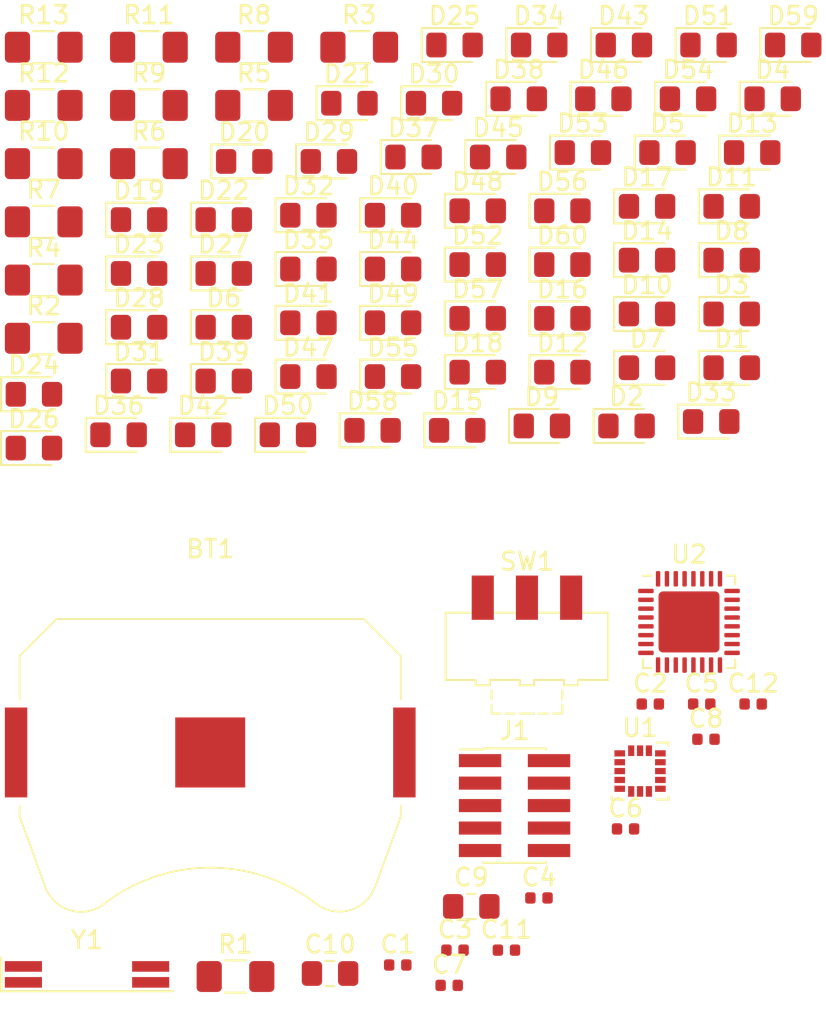
<source format=kicad_pcb>
(kicad_pcb (version 20171130) (host pcbnew "(5.1.2-1)-1")
  (layers (0 F.Cu signal) (31 B.Cu signal) (34 B.Paste user) (35 F.Paste user) (36 B.SilkS user) (37 F.SilkS user) (38 B.Mask user) (39 F.Mask user) (44 Edge.Cuts user))
  (net 0 "")
  (net 1 GND)
  (net 2 "Net-(BT1-Pad1)")
  (net 3 "Net-(C1-Pad1)")
  (net 4 "Net-(C2-Pad1)")
  (net 5 NRST)
  (net 6 "Net-(C10-Pad2)")
  (net 7 VDD)
  (net 8 "Net-(C12-Pad1)")
  (net 9 "/LED Matrix/LM_R_B")
  (net 10 "Net-(D1-Pad2)")
  (net 11 "/LED Matrix/LM_R_C")
  (net 12 "/LED Matrix/LM_R_D")
  (net 13 "/LED Matrix/LM_R_E")
  (net 14 "/LED Matrix/LM_R_F")
  (net 15 "/LED Matrix/LM_R_A")
  (net 16 "Net-(D10-Pad2)")
  (net 17 "Net-(D11-Pad2)")
  (net 18 "Net-(D16-Pad2)")
  (net 19 "Net-(D21-Pad2)")
  (net 20 "Net-(D26-Pad2)")
  (net 21 "/LED Matrix/LM_S_B")
  (net 22 "Net-(D31-Pad2)")
  (net 23 "/LED Matrix/LM_S_C")
  (net 24 "/LED Matrix/LM_S_D")
  (net 25 "/LED Matrix/LM_S_E")
  (net 26 "/LED Matrix/LM_S_F")
  (net 27 "Net-(D36-Pad2)")
  (net 28 "/LED Matrix/LM_S_A")
  (net 29 "Net-(D41-Pad2)")
  (net 30 "Net-(D46-Pad2)")
  (net 31 "Net-(D51-Pad2)")
  (net 32 "Net-(D56-Pad2)")
  (net 33 SWDIO)
  (net 34 SWCLK)
  (net 35 "Net-(J1-Pad6)")
  (net 36 "Net-(J1-Pad7)")
  (net 37 "Net-(J1-Pad8)")
  (net 38 CLK)
  (net 39 MOSI)
  (net 40 MISO)
  (net 41 ~CS)
  (net 42 INT)
  (net 43 "Net-(U1-Pad7)")
  (net 44 "Net-(U2-Pad6)")
  (net 45 "Net-(U2-Pad7)")
  (net 46 "Net-(U2-Pad8)")
  (net 47 "Net-(U2-Pad14)")
  (net 48 "Net-(U2-Pad15)")
  (net 49 "Net-(U2-Pad16)")
  (module Battery:BatteryHolder_Keystone_3034_1x20mm (layer F.Cu) (at 85.555001 156.573077)
    (fp_text reference BT1 (at 0 -11.5) (layer F.SilkS))
    (fp_text value Battery_Cell)
    (pad 2 smd rect (at 0 0) (size 3.96 3.96) (layers F.Cu F.Paste F.Mask) (net 1 GND))
    (pad 1 smd rect (at 10.985 0) (size 1.27 5.08) (layers F.Cu F.Paste F.Mask) (net 2 "Net-(BT1-Pad1)"))
    (pad 1 smd rect (at -10.985 0) (size 1.27 5.08) (layers F.Cu F.Paste F.Mask) (net 2 "Net-(BT1-Pad1)"))
  )
  (module Capacitor_SMD:C_0402_1005Metric (layer F.Cu) (at 96.165001 168.585001)
    (fp_text reference C1 (at 0 -1.17) (layer F.SilkS))
    (fp_text value 10p)
    (pad 2 smd roundrect (at 0.485 0) (size 0.59 0.64) (layers F.Cu F.Paste F.Mask) (net 1 GND))
    (pad 1 smd roundrect (at -0.485 0) (size 0.59 0.64) (layers F.Cu F.Paste F.Mask) (net 3 "Net-(C1-Pad1)"))
  )
  (module Capacitor_SMD:C_0402_1005Metric (layer F.Cu) (at 110.455001 153.835001)
    (fp_text reference C2 (at 0 -1.17) (layer F.SilkS))
    (fp_text value 10p)
    (pad 1 smd roundrect (at -0.485 0) (size 0.59 0.64) (layers F.Cu F.Paste F.Mask) (net 4 "Net-(C2-Pad1)"))
    (pad 2 smd roundrect (at 0.485 0) (size 0.59 0.64) (layers F.Cu F.Paste F.Mask) (net 1 GND))
  )
  (module Capacitor_SMD:C_0402_1005Metric (layer F.Cu) (at 99.405001 167.745001)
    (fp_text reference C3 (at 0 -1.17) (layer F.SilkS))
    (fp_text value 100n)
    (pad 1 smd roundrect (at -0.485 0) (size 0.59 0.64) (layers F.Cu F.Paste F.Mask) (net 1 GND))
    (pad 2 smd roundrect (at 0.485 0) (size 0.59 0.64) (layers F.Cu F.Paste F.Mask) (net 5 NRST))
  )
  (module Capacitor_SMD:C_0402_1005Metric (layer F.Cu) (at 104.155001 164.795001)
    (fp_text reference C4 (at 0 -1.17) (layer F.SilkS))
    (fp_text value 100n)
    (pad 2 smd roundrect (at 0.485 0) (size 0.59 0.64) (layers F.Cu F.Paste F.Mask) (net 1 GND))
    (pad 1 smd roundrect (at -0.485 0) (size 0.59 0.64) (layers F.Cu F.Paste F.Mask) (net 6 "Net-(C10-Pad2)"))
  )
  (module Capacitor_SMD:C_0402_1005Metric (layer F.Cu) (at 113.365001 153.835001)
    (fp_text reference C5 (at 0 -1.17) (layer F.SilkS))
    (fp_text value 100n)
    (pad 2 smd roundrect (at 0.485 0) (size 0.59 0.64) (layers F.Cu F.Paste F.Mask) (net 1 GND))
    (pad 1 smd roundrect (at -0.485 0) (size 0.59 0.64) (layers F.Cu F.Paste F.Mask) (net 6 "Net-(C10-Pad2)"))
  )
  (module Capacitor_SMD:C_0402_1005Metric (layer F.Cu) (at 109.055001 160.895001)
    (fp_text reference C6 (at 0 -1.17) (layer F.SilkS))
    (fp_text value 1u)
    (pad 1 smd roundrect (at -0.485 0) (size 0.59 0.64) (layers F.Cu F.Paste F.Mask) (net 7 VDD))
    (pad 2 smd roundrect (at 0.485 0) (size 0.59 0.64) (layers F.Cu F.Paste F.Mask) (net 1 GND))
  )
  (module Capacitor_SMD:C_0402_1005Metric (layer F.Cu) (at 99.075001 169.735001)
    (fp_text reference C7 (at 0 -1.17) (layer F.SilkS))
    (fp_text value 100n)
    (pad 2 smd roundrect (at 0.485 0) (size 0.59 0.64) (layers F.Cu F.Paste F.Mask) (net 7 VDD))
    (pad 1 smd roundrect (at -0.485 0) (size 0.59 0.64) (layers F.Cu F.Paste F.Mask) (net 1 GND))
  )
  (module Capacitor_SMD:C_0402_1005Metric (layer F.Cu) (at 113.605001 155.825001)
    (fp_text reference C8 (at 0 -1.17) (layer F.SilkS))
    (fp_text value 100n)
    (pad 1 smd roundrect (at -0.485 0) (size 0.59 0.64) (layers F.Cu F.Paste F.Mask) (net 7 VDD))
    (pad 2 smd roundrect (at 0.485 0) (size 0.59 0.64) (layers F.Cu F.Paste F.Mask) (net 1 GND))
  )
  (module Capacitor_SMD:C_0805_2012Metric_Pad1.15x1.40mm_HandSolder (layer F.Cu) (at 100.325001 165.275001)
    (fp_text reference C9 (at 0 -1.65) (layer F.SilkS))
    (fp_text value 22u)
    (pad 2 smd roundrect (at 1.025 0) (size 1.15 1.4) (layers F.Cu F.Paste F.Mask) (roundrect_rratio 0.217391) (net 6 "Net-(C10-Pad2)"))
    (pad 1 smd roundrect (at -1.025 0) (size 1.15 1.4) (layers F.Cu F.Paste F.Mask) (roundrect_rratio 0.217391) (net 1 GND))
  )
  (module Capacitor_SMD:C_0805_2012Metric_Pad1.15x1.40mm_HandSolder (layer F.Cu) (at 92.335001 169.065001)
    (fp_text reference C10 (at 0 -1.65) (layer F.SilkS))
    (fp_text value 22u)
    (pad 1 smd roundrect (at -1.025 0) (size 1.15 1.4) (layers F.Cu F.Paste F.Mask) (roundrect_rratio 0.217391) (net 1 GND))
    (pad 2 smd roundrect (at 1.025 0) (size 1.15 1.4) (layers F.Cu F.Paste F.Mask) (roundrect_rratio 0.217391) (net 6 "Net-(C10-Pad2)"))
  )
  (module Capacitor_SMD:C_0402_1005Metric (layer F.Cu) (at 102.315001 167.745001)
    (fp_text reference C11 (at 0 -1.17) (layer F.SilkS))
    (fp_text value 1u)
    (pad 1 smd roundrect (at -0.485 0) (size 0.59 0.64) (layers F.Cu F.Paste F.Mask) (net 1 GND))
    (pad 2 smd roundrect (at 0.485 0) (size 0.59 0.64) (layers F.Cu F.Paste F.Mask) (net 6 "Net-(C10-Pad2)"))
  )
  (module Capacitor_SMD:C_0402_1005Metric (layer F.Cu) (at 116.275001 153.835001)
    (fp_text reference C12 (at 0 -1.17) (layer F.SilkS))
    (fp_text value 100n)
    (pad 2 smd roundrect (at 0.485 0) (size 0.59 0.64) (layers F.Cu F.Paste F.Mask) (net 1 GND))
    (pad 1 smd roundrect (at -0.485 0) (size 0.59 0.64) (layers F.Cu F.Paste F.Mask) (net 8 "Net-(C12-Pad1)"))
  )
  (module LED_SMD:LED_0805_2012Metric_Pad1.15x1.40mm_HandSolder (layer F.Cu) (at 115.060001 134.830001)
    (fp_text reference D1 (at 0 -1.65) (layer F.SilkS))
    (fp_text value LED)
    (pad 1 smd roundrect (at -1.025 0) (size 1.15 1.4) (layers F.Cu F.Paste F.Mask) (roundrect_rratio 0.217391) (net 9 "/LED Matrix/LM_R_B"))
    (pad 2 smd roundrect (at 1.025 0) (size 1.15 1.4) (layers F.Cu F.Paste F.Mask) (roundrect_rratio 0.217391) (net 10 "Net-(D1-Pad2)"))
  )
  (module LED_SMD:LED_0805_2012Metric_Pad1.15x1.40mm_HandSolder (layer F.Cu) (at 109.110001 138.120001)
    (fp_text reference D2 (at 0 -1.65) (layer F.SilkS))
    (fp_text value LED)
    (pad 2 smd roundrect (at 1.025 0) (size 1.15 1.4) (layers F.Cu F.Paste F.Mask) (roundrect_rratio 0.217391) (net 10 "Net-(D1-Pad2)"))
    (pad 1 smd roundrect (at -1.025 0) (size 1.15 1.4) (layers F.Cu F.Paste F.Mask) (roundrect_rratio 0.217391) (net 11 "/LED Matrix/LM_R_C"))
  )
  (module LED_SMD:LED_0805_2012Metric_Pad1.15x1.40mm_HandSolder (layer F.Cu) (at 115.060001 131.790001)
    (fp_text reference D3 (at 0 -1.65) (layer F.SilkS))
    (fp_text value LED)
    (pad 2 smd roundrect (at 1.025 0) (size 1.15 1.4) (layers F.Cu F.Paste F.Mask) (roundrect_rratio 0.217391) (net 10 "Net-(D1-Pad2)"))
    (pad 1 smd roundrect (at -1.025 0) (size 1.15 1.4) (layers F.Cu F.Paste F.Mask) (roundrect_rratio 0.217391) (net 12 "/LED Matrix/LM_R_D"))
  )
  (module LED_SMD:LED_0805_2012Metric_Pad1.15x1.40mm_HandSolder (layer F.Cu) (at 117.380001 119.630001)
    (fp_text reference D4 (at 0 -1.65) (layer F.SilkS))
    (fp_text value LED)
    (pad 1 smd roundrect (at -1.025 0) (size 1.15 1.4) (layers F.Cu F.Paste F.Mask) (roundrect_rratio 0.217391) (net 13 "/LED Matrix/LM_R_E"))
    (pad 2 smd roundrect (at 1.025 0) (size 1.15 1.4) (layers F.Cu F.Paste F.Mask) (roundrect_rratio 0.217391) (net 10 "Net-(D1-Pad2)"))
  )
  (module LED_SMD:LED_0805_2012Metric_Pad1.15x1.40mm_HandSolder (layer F.Cu) (at 111.430001 122.670001)
    (fp_text reference D5 (at 0 -1.65) (layer F.SilkS))
    (fp_text value LED)
    (pad 2 smd roundrect (at 1.025 0) (size 1.15 1.4) (layers F.Cu F.Paste F.Mask) (roundrect_rratio 0.217391) (net 10 "Net-(D1-Pad2)"))
    (pad 1 smd roundrect (at -1.025 0) (size 1.15 1.4) (layers F.Cu F.Paste F.Mask) (roundrect_rratio 0.217391) (net 14 "/LED Matrix/LM_R_F"))
  )
  (module LED_SMD:LED_0805_2012Metric_Pad1.15x1.40mm_HandSolder (layer F.Cu) (at 86.320001 132.540001)
    (fp_text reference D6 (at 0 -1.65) (layer F.SilkS))
    (fp_text value LED)
    (pad 1 smd roundrect (at -1.025 0) (size 1.15 1.4) (layers F.Cu F.Paste F.Mask) (roundrect_rratio 0.217391) (net 15 "/LED Matrix/LM_R_A"))
    (pad 2 smd roundrect (at 1.025 0) (size 1.15 1.4) (layers F.Cu F.Paste F.Mask) (roundrect_rratio 0.217391) (net 16 "Net-(D10-Pad2)"))
  )
  (module LED_SMD:LED_0805_2012Metric_Pad1.15x1.40mm_HandSolder (layer F.Cu) (at 110.270001 134.830001)
    (fp_text reference D7 (at 0 -1.65) (layer F.SilkS))
    (fp_text value LED)
    (pad 2 smd roundrect (at 1.025 0) (size 1.15 1.4) (layers F.Cu F.Paste F.Mask) (roundrect_rratio 0.217391) (net 16 "Net-(D10-Pad2)"))
    (pad 1 smd roundrect (at -1.025 0) (size 1.15 1.4) (layers F.Cu F.Paste F.Mask) (roundrect_rratio 0.217391) (net 11 "/LED Matrix/LM_R_C"))
  )
  (module LED_SMD:LED_0805_2012Metric_Pad1.15x1.40mm_HandSolder (layer F.Cu) (at 115.060001 128.750001)
    (fp_text reference D8 (at 0 -1.65) (layer F.SilkS))
    (fp_text value LED)
    (pad 1 smd roundrect (at -1.025 0) (size 1.15 1.4) (layers F.Cu F.Paste F.Mask) (roundrect_rratio 0.217391) (net 12 "/LED Matrix/LM_R_D"))
    (pad 2 smd roundrect (at 1.025 0) (size 1.15 1.4) (layers F.Cu F.Paste F.Mask) (roundrect_rratio 0.217391) (net 16 "Net-(D10-Pad2)"))
  )
  (module LED_SMD:LED_0805_2012Metric_Pad1.15x1.40mm_HandSolder (layer F.Cu) (at 104.320001 138.120001)
    (fp_text reference D9 (at 0 -1.65) (layer F.SilkS))
    (fp_text value LED)
    (pad 2 smd roundrect (at 1.025 0) (size 1.15 1.4) (layers F.Cu F.Paste F.Mask) (roundrect_rratio 0.217391) (net 16 "Net-(D10-Pad2)"))
    (pad 1 smd roundrect (at -1.025 0) (size 1.15 1.4) (layers F.Cu F.Paste F.Mask) (roundrect_rratio 0.217391) (net 13 "/LED Matrix/LM_R_E"))
  )
  (module LED_SMD:LED_0805_2012Metric_Pad1.15x1.40mm_HandSolder (layer F.Cu) (at 110.270001 131.790001)
    (fp_text reference D10 (at 0 -1.65) (layer F.SilkS))
    (fp_text value LED)
    (pad 1 smd roundrect (at -1.025 0) (size 1.15 1.4) (layers F.Cu F.Paste F.Mask) (roundrect_rratio 0.217391) (net 14 "/LED Matrix/LM_R_F"))
    (pad 2 smd roundrect (at 1.025 0) (size 1.15 1.4) (layers F.Cu F.Paste F.Mask) (roundrect_rratio 0.217391) (net 16 "Net-(D10-Pad2)"))
  )
  (module LED_SMD:LED_0805_2012Metric_Pad1.15x1.40mm_HandSolder (layer F.Cu) (at 115.060001 125.710001)
    (fp_text reference D11 (at 0 -1.65) (layer F.SilkS))
    (fp_text value LED)
    (pad 2 smd roundrect (at 1.025 0) (size 1.15 1.4) (layers F.Cu F.Paste F.Mask) (roundrect_rratio 0.217391) (net 17 "Net-(D11-Pad2)"))
    (pad 1 smd roundrect (at -1.025 0) (size 1.15 1.4) (layers F.Cu F.Paste F.Mask) (roundrect_rratio 0.217391) (net 15 "/LED Matrix/LM_R_A"))
  )
  (module LED_SMD:LED_0805_2012Metric_Pad1.15x1.40mm_HandSolder (layer F.Cu) (at 105.480001 135.080001)
    (fp_text reference D12 (at 0 -1.65) (layer F.SilkS))
    (fp_text value LED)
    (pad 1 smd roundrect (at -1.025 0) (size 1.15 1.4) (layers F.Cu F.Paste F.Mask) (roundrect_rratio 0.217391) (net 9 "/LED Matrix/LM_R_B"))
    (pad 2 smd roundrect (at 1.025 0) (size 1.15 1.4) (layers F.Cu F.Paste F.Mask) (roundrect_rratio 0.217391) (net 17 "Net-(D11-Pad2)"))
  )
  (module LED_SMD:LED_0805_2012Metric_Pad1.15x1.40mm_HandSolder (layer F.Cu) (at 116.220001 122.670001)
    (fp_text reference D13 (at 0 -1.65) (layer F.SilkS))
    (fp_text value LED)
    (pad 2 smd roundrect (at 1.025 0) (size 1.15 1.4) (layers F.Cu F.Paste F.Mask) (roundrect_rratio 0.217391) (net 17 "Net-(D11-Pad2)"))
    (pad 1 smd roundrect (at -1.025 0) (size 1.15 1.4) (layers F.Cu F.Paste F.Mask) (roundrect_rratio 0.217391) (net 12 "/LED Matrix/LM_R_D"))
  )
  (module LED_SMD:LED_0805_2012Metric_Pad1.15x1.40mm_HandSolder (layer F.Cu) (at 110.270001 128.750001)
    (fp_text reference D14 (at 0 -1.65) (layer F.SilkS))
    (fp_text value LED)
    (pad 1 smd roundrect (at -1.025 0) (size 1.15 1.4) (layers F.Cu F.Paste F.Mask) (roundrect_rratio 0.217391) (net 13 "/LED Matrix/LM_R_E"))
    (pad 2 smd roundrect (at 1.025 0) (size 1.15 1.4) (layers F.Cu F.Paste F.Mask) (roundrect_rratio 0.217391) (net 17 "Net-(D11-Pad2)"))
  )
  (module LED_SMD:LED_0805_2012Metric_Pad1.15x1.40mm_HandSolder (layer F.Cu) (at 99.530001 138.370001)
    (fp_text reference D15 (at 0 -1.65) (layer F.SilkS))
    (fp_text value LED)
    (pad 2 smd roundrect (at 1.025 0) (size 1.15 1.4) (layers F.Cu F.Paste F.Mask) (roundrect_rratio 0.217391) (net 17 "Net-(D11-Pad2)"))
    (pad 1 smd roundrect (at -1.025 0) (size 1.15 1.4) (layers F.Cu F.Paste F.Mask) (roundrect_rratio 0.217391) (net 14 "/LED Matrix/LM_R_F"))
  )
  (module LED_SMD:LED_0805_2012Metric_Pad1.15x1.40mm_HandSolder (layer F.Cu) (at 105.480001 132.040001)
    (fp_text reference D16 (at 0 -1.65) (layer F.SilkS))
    (fp_text value LED)
    (pad 1 smd roundrect (at -1.025 0) (size 1.15 1.4) (layers F.Cu F.Paste F.Mask) (roundrect_rratio 0.217391) (net 15 "/LED Matrix/LM_R_A"))
    (pad 2 smd roundrect (at 1.025 0) (size 1.15 1.4) (layers F.Cu F.Paste F.Mask) (roundrect_rratio 0.217391) (net 18 "Net-(D16-Pad2)"))
  )
  (module LED_SMD:LED_0805_2012Metric_Pad1.15x1.40mm_HandSolder (layer F.Cu) (at 110.270001 125.710001)
    (fp_text reference D17 (at 0 -1.65) (layer F.SilkS))
    (fp_text value LED)
    (pad 2 smd roundrect (at 1.025 0) (size 1.15 1.4) (layers F.Cu F.Paste F.Mask) (roundrect_rratio 0.217391) (net 18 "Net-(D16-Pad2)"))
    (pad 1 smd roundrect (at -1.025 0) (size 1.15 1.4) (layers F.Cu F.Paste F.Mask) (roundrect_rratio 0.217391) (net 9 "/LED Matrix/LM_R_B"))
  )
  (module LED_SMD:LED_0805_2012Metric_Pad1.15x1.40mm_HandSolder (layer F.Cu) (at 100.690001 135.080001)
    (fp_text reference D18 (at 0 -1.65) (layer F.SilkS))
    (fp_text value LED)
    (pad 1 smd roundrect (at -1.025 0) (size 1.15 1.4) (layers F.Cu F.Paste F.Mask) (roundrect_rratio 0.217391) (net 11 "/LED Matrix/LM_R_C"))
    (pad 2 smd roundrect (at 1.025 0) (size 1.15 1.4) (layers F.Cu F.Paste F.Mask) (roundrect_rratio 0.217391) (net 18 "Net-(D16-Pad2)"))
  )
  (module LED_SMD:LED_0805_2012Metric_Pad1.15x1.40mm_HandSolder (layer F.Cu) (at 81.530001 126.460001)
    (fp_text reference D19 (at 0 -1.65) (layer F.SilkS))
    (fp_text value LED)
    (pad 2 smd roundrect (at 1.025 0) (size 1.15 1.4) (layers F.Cu F.Paste F.Mask) (roundrect_rratio 0.217391) (net 18 "Net-(D16-Pad2)"))
    (pad 1 smd roundrect (at -1.025 0) (size 1.15 1.4) (layers F.Cu F.Paste F.Mask) (roundrect_rratio 0.217391) (net 13 "/LED Matrix/LM_R_E"))
  )
  (module LED_SMD:LED_0805_2012Metric_Pad1.15x1.40mm_HandSolder (layer F.Cu) (at 87.480001 123.170001)
    (fp_text reference D20 (at 0 -1.65) (layer F.SilkS))
    (fp_text value LED)
    (pad 1 smd roundrect (at -1.025 0) (size 1.15 1.4) (layers F.Cu F.Paste F.Mask) (roundrect_rratio 0.217391) (net 14 "/LED Matrix/LM_R_F"))
    (pad 2 smd roundrect (at 1.025 0) (size 1.15 1.4) (layers F.Cu F.Paste F.Mask) (roundrect_rratio 0.217391) (net 18 "Net-(D16-Pad2)"))
  )
  (module LED_SMD:LED_0805_2012Metric_Pad1.15x1.40mm_HandSolder (layer F.Cu) (at 93.430001 119.880001)
    (fp_text reference D21 (at 0 -1.65) (layer F.SilkS))
    (fp_text value LED)
    (pad 1 smd roundrect (at -1.025 0) (size 1.15 1.4) (layers F.Cu F.Paste F.Mask) (roundrect_rratio 0.217391) (net 15 "/LED Matrix/LM_R_A"))
    (pad 2 smd roundrect (at 1.025 0) (size 1.15 1.4) (layers F.Cu F.Paste F.Mask) (roundrect_rratio 0.217391) (net 19 "Net-(D21-Pad2)"))
  )
  (module LED_SMD:LED_0805_2012Metric_Pad1.15x1.40mm_HandSolder (layer F.Cu) (at 86.320001 126.460001)
    (fp_text reference D22 (at 0 -1.65) (layer F.SilkS))
    (fp_text value LED)
    (pad 2 smd roundrect (at 1.025 0) (size 1.15 1.4) (layers F.Cu F.Paste F.Mask) (roundrect_rratio 0.217391) (net 19 "Net-(D21-Pad2)"))
    (pad 1 smd roundrect (at -1.025 0) (size 1.15 1.4) (layers F.Cu F.Paste F.Mask) (roundrect_rratio 0.217391) (net 9 "/LED Matrix/LM_R_B"))
  )
  (module LED_SMD:LED_0805_2012Metric_Pad1.15x1.40mm_HandSolder (layer F.Cu) (at 81.530001 129.500001)
    (fp_text reference D23 (at 0 -1.65) (layer F.SilkS))
    (fp_text value LED)
    (pad 1 smd roundrect (at -1.025 0) (size 1.15 1.4) (layers F.Cu F.Paste F.Mask) (roundrect_rratio 0.217391) (net 11 "/LED Matrix/LM_R_C"))
    (pad 2 smd roundrect (at 1.025 0) (size 1.15 1.4) (layers F.Cu F.Paste F.Mask) (roundrect_rratio 0.217391) (net 19 "Net-(D21-Pad2)"))
  )
  (module LED_SMD:LED_0805_2012Metric_Pad1.15x1.40mm_HandSolder (layer F.Cu) (at 75.580001 136.330001)
    (fp_text reference D24 (at 0 -1.65) (layer F.SilkS))
    (fp_text value LED)
    (pad 2 smd roundrect (at 1.025 0) (size 1.15 1.4) (layers F.Cu F.Paste F.Mask) (roundrect_rratio 0.217391) (net 19 "Net-(D21-Pad2)"))
    (pad 1 smd roundrect (at -1.025 0) (size 1.15 1.4) (layers F.Cu F.Paste F.Mask) (roundrect_rratio 0.217391) (net 12 "/LED Matrix/LM_R_D"))
  )
  (module LED_SMD:LED_0805_2012Metric_Pad1.15x1.40mm_HandSolder (layer F.Cu) (at 99.380001 116.590001)
    (fp_text reference D25 (at 0 -1.65) (layer F.SilkS))
    (fp_text value LED)
    (pad 2 smd roundrect (at 1.025 0) (size 1.15 1.4) (layers F.Cu F.Paste F.Mask) (roundrect_rratio 0.217391) (net 19 "Net-(D21-Pad2)"))
    (pad 1 smd roundrect (at -1.025 0) (size 1.15 1.4) (layers F.Cu F.Paste F.Mask) (roundrect_rratio 0.217391) (net 14 "/LED Matrix/LM_R_F"))
  )
  (module LED_SMD:LED_0805_2012Metric_Pad1.15x1.40mm_HandSolder (layer F.Cu) (at 75.580001 139.370001)
    (fp_text reference D26 (at 0 -1.65) (layer F.SilkS))
    (fp_text value LED)
    (pad 1 smd roundrect (at -1.025 0) (size 1.15 1.4) (layers F.Cu F.Paste F.Mask) (roundrect_rratio 0.217391) (net 15 "/LED Matrix/LM_R_A"))
    (pad 2 smd roundrect (at 1.025 0) (size 1.15 1.4) (layers F.Cu F.Paste F.Mask) (roundrect_rratio 0.217391) (net 20 "Net-(D26-Pad2)"))
  )
  (module LED_SMD:LED_0805_2012Metric_Pad1.15x1.40mm_HandSolder (layer F.Cu) (at 86.320001 129.500001)
    (fp_text reference D27 (at 0 -1.65) (layer F.SilkS))
    (fp_text value LED)
    (pad 2 smd roundrect (at 1.025 0) (size 1.15 1.4) (layers F.Cu F.Paste F.Mask) (roundrect_rratio 0.217391) (net 20 "Net-(D26-Pad2)"))
    (pad 1 smd roundrect (at -1.025 0) (size 1.15 1.4) (layers F.Cu F.Paste F.Mask) (roundrect_rratio 0.217391) (net 9 "/LED Matrix/LM_R_B"))
  )
  (module LED_SMD:LED_0805_2012Metric_Pad1.15x1.40mm_HandSolder (layer F.Cu) (at 81.530001 132.540001)
    (fp_text reference D28 (at 0 -1.65) (layer F.SilkS))
    (fp_text value LED)
    (pad 1 smd roundrect (at -1.025 0) (size 1.15 1.4) (layers F.Cu F.Paste F.Mask) (roundrect_rratio 0.217391) (net 11 "/LED Matrix/LM_R_C"))
    (pad 2 smd roundrect (at 1.025 0) (size 1.15 1.4) (layers F.Cu F.Paste F.Mask) (roundrect_rratio 0.217391) (net 20 "Net-(D26-Pad2)"))
  )
  (module LED_SMD:LED_0805_2012Metric_Pad1.15x1.40mm_HandSolder (layer F.Cu) (at 92.270001 123.170001)
    (fp_text reference D29 (at 0 -1.65) (layer F.SilkS))
    (fp_text value LED)
    (pad 2 smd roundrect (at 1.025 0) (size 1.15 1.4) (layers F.Cu F.Paste F.Mask) (roundrect_rratio 0.217391) (net 20 "Net-(D26-Pad2)"))
    (pad 1 smd roundrect (at -1.025 0) (size 1.15 1.4) (layers F.Cu F.Paste F.Mask) (roundrect_rratio 0.217391) (net 12 "/LED Matrix/LM_R_D"))
  )
  (module LED_SMD:LED_0805_2012Metric_Pad1.15x1.40mm_HandSolder (layer F.Cu) (at 98.220001 119.880001)
    (fp_text reference D30 (at 0 -1.65) (layer F.SilkS))
    (fp_text value LED)
    (pad 1 smd roundrect (at -1.025 0) (size 1.15 1.4) (layers F.Cu F.Paste F.Mask) (roundrect_rratio 0.217391) (net 13 "/LED Matrix/LM_R_E"))
    (pad 2 smd roundrect (at 1.025 0) (size 1.15 1.4) (layers F.Cu F.Paste F.Mask) (roundrect_rratio 0.217391) (net 20 "Net-(D26-Pad2)"))
  )
  (module LED_SMD:LED_0805_2012Metric_Pad1.15x1.40mm_HandSolder (layer F.Cu) (at 81.530001 135.580001)
    (fp_text reference D31 (at 0 -1.65) (layer F.SilkS))
    (fp_text value LED)
    (pad 1 smd roundrect (at -1.025 0) (size 1.15 1.4) (layers F.Cu F.Paste F.Mask) (roundrect_rratio 0.217391) (net 21 "/LED Matrix/LM_S_B"))
    (pad 2 smd roundrect (at 1.025 0) (size 1.15 1.4) (layers F.Cu F.Paste F.Mask) (roundrect_rratio 0.217391) (net 22 "Net-(D31-Pad2)"))
  )
  (module LED_SMD:LED_0805_2012Metric_Pad1.15x1.40mm_HandSolder (layer F.Cu) (at 91.110001 126.210001)
    (fp_text reference D32 (at 0 -1.65) (layer F.SilkS))
    (fp_text value LED)
    (pad 2 smd roundrect (at 1.025 0) (size 1.15 1.4) (layers F.Cu F.Paste F.Mask) (roundrect_rratio 0.217391) (net 22 "Net-(D31-Pad2)"))
    (pad 1 smd roundrect (at -1.025 0) (size 1.15 1.4) (layers F.Cu F.Paste F.Mask) (roundrect_rratio 0.217391) (net 23 "/LED Matrix/LM_S_C"))
  )
  (module LED_SMD:LED_0805_2012Metric_Pad1.15x1.40mm_HandSolder (layer F.Cu) (at 113.900001 137.870001)
    (fp_text reference D33 (at 0 -1.65) (layer F.SilkS))
    (fp_text value LED)
    (pad 2 smd roundrect (at 1.025 0) (size 1.15 1.4) (layers F.Cu F.Paste F.Mask) (roundrect_rratio 0.217391) (net 22 "Net-(D31-Pad2)"))
    (pad 1 smd roundrect (at -1.025 0) (size 1.15 1.4) (layers F.Cu F.Paste F.Mask) (roundrect_rratio 0.217391) (net 24 "/LED Matrix/LM_S_D"))
  )
  (module LED_SMD:LED_0805_2012Metric_Pad1.15x1.40mm_HandSolder (layer F.Cu) (at 104.170001 116.590001)
    (fp_text reference D34 (at 0 -1.65) (layer F.SilkS))
    (fp_text value LED)
    (pad 1 smd roundrect (at -1.025 0) (size 1.15 1.4) (layers F.Cu F.Paste F.Mask) (roundrect_rratio 0.217391) (net 25 "/LED Matrix/LM_S_E"))
    (pad 2 smd roundrect (at 1.025 0) (size 1.15 1.4) (layers F.Cu F.Paste F.Mask) (roundrect_rratio 0.217391) (net 22 "Net-(D31-Pad2)"))
  )
  (module LED_SMD:LED_0805_2012Metric_Pad1.15x1.40mm_HandSolder (layer F.Cu) (at 91.110001 129.250001)
    (fp_text reference D35 (at 0 -1.65) (layer F.SilkS))
    (fp_text value LED)
    (pad 2 smd roundrect (at 1.025 0) (size 1.15 1.4) (layers F.Cu F.Paste F.Mask) (roundrect_rratio 0.217391) (net 22 "Net-(D31-Pad2)"))
    (pad 1 smd roundrect (at -1.025 0) (size 1.15 1.4) (layers F.Cu F.Paste F.Mask) (roundrect_rratio 0.217391) (net 26 "/LED Matrix/LM_S_F"))
  )
  (module LED_SMD:LED_0805_2012Metric_Pad1.15x1.40mm_HandSolder (layer F.Cu) (at 80.370001 138.620001)
    (fp_text reference D36 (at 0 -1.65) (layer F.SilkS))
    (fp_text value LED)
    (pad 2 smd roundrect (at 1.025 0) (size 1.15 1.4) (layers F.Cu F.Paste F.Mask) (roundrect_rratio 0.217391) (net 27 "Net-(D36-Pad2)"))
    (pad 1 smd roundrect (at -1.025 0) (size 1.15 1.4) (layers F.Cu F.Paste F.Mask) (roundrect_rratio 0.217391) (net 28 "/LED Matrix/LM_S_A"))
  )
  (module LED_SMD:LED_0805_2012Metric_Pad1.15x1.40mm_HandSolder (layer F.Cu) (at 97.060001 122.920001)
    (fp_text reference D37 (at 0 -1.65) (layer F.SilkS))
    (fp_text value LED)
    (pad 2 smd roundrect (at 1.025 0) (size 1.15 1.4) (layers F.Cu F.Paste F.Mask) (roundrect_rratio 0.217391) (net 27 "Net-(D36-Pad2)"))
    (pad 1 smd roundrect (at -1.025 0) (size 1.15 1.4) (layers F.Cu F.Paste F.Mask) (roundrect_rratio 0.217391) (net 23 "/LED Matrix/LM_S_C"))
  )
  (module LED_SMD:LED_0805_2012Metric_Pad1.15x1.40mm_HandSolder (layer F.Cu) (at 103.010001 119.630001)
    (fp_text reference D38 (at 0 -1.65) (layer F.SilkS))
    (fp_text value LED)
    (pad 1 smd roundrect (at -1.025 0) (size 1.15 1.4) (layers F.Cu F.Paste F.Mask) (roundrect_rratio 0.217391) (net 24 "/LED Matrix/LM_S_D"))
    (pad 2 smd roundrect (at 1.025 0) (size 1.15 1.4) (layers F.Cu F.Paste F.Mask) (roundrect_rratio 0.217391) (net 27 "Net-(D36-Pad2)"))
  )
  (module LED_SMD:LED_0805_2012Metric_Pad1.15x1.40mm_HandSolder (layer F.Cu) (at 86.320001 135.580001)
    (fp_text reference D39 (at 0 -1.65) (layer F.SilkS))
    (fp_text value LED)
    (pad 2 smd roundrect (at 1.025 0) (size 1.15 1.4) (layers F.Cu F.Paste F.Mask) (roundrect_rratio 0.217391) (net 27 "Net-(D36-Pad2)"))
    (pad 1 smd roundrect (at -1.025 0) (size 1.15 1.4) (layers F.Cu F.Paste F.Mask) (roundrect_rratio 0.217391) (net 25 "/LED Matrix/LM_S_E"))
  )
  (module LED_SMD:LED_0805_2012Metric_Pad1.15x1.40mm_HandSolder (layer F.Cu) (at 95.900001 126.210001)
    (fp_text reference D40 (at 0 -1.65) (layer F.SilkS))
    (fp_text value LED)
    (pad 1 smd roundrect (at -1.025 0) (size 1.15 1.4) (layers F.Cu F.Paste F.Mask) (roundrect_rratio 0.217391) (net 26 "/LED Matrix/LM_S_F"))
    (pad 2 smd roundrect (at 1.025 0) (size 1.15 1.4) (layers F.Cu F.Paste F.Mask) (roundrect_rratio 0.217391) (net 27 "Net-(D36-Pad2)"))
  )
  (module LED_SMD:LED_0805_2012Metric_Pad1.15x1.40mm_HandSolder (layer F.Cu) (at 91.110001 132.290001)
    (fp_text reference D41 (at 0 -1.65) (layer F.SilkS))
    (fp_text value LED)
    (pad 1 smd roundrect (at -1.025 0) (size 1.15 1.4) (layers F.Cu F.Paste F.Mask) (roundrect_rratio 0.217391) (net 28 "/LED Matrix/LM_S_A"))
    (pad 2 smd roundrect (at 1.025 0) (size 1.15 1.4) (layers F.Cu F.Paste F.Mask) (roundrect_rratio 0.217391) (net 29 "Net-(D41-Pad2)"))
  )
  (module LED_SMD:LED_0805_2012Metric_Pad1.15x1.40mm_HandSolder (layer F.Cu) (at 85.160001 138.620001)
    (fp_text reference D42 (at 0 -1.65) (layer F.SilkS))
    (fp_text value LED)
    (pad 1 smd roundrect (at -1.025 0) (size 1.15 1.4) (layers F.Cu F.Paste F.Mask) (roundrect_rratio 0.217391) (net 21 "/LED Matrix/LM_S_B"))
    (pad 2 smd roundrect (at 1.025 0) (size 1.15 1.4) (layers F.Cu F.Paste F.Mask) (roundrect_rratio 0.217391) (net 29 "Net-(D41-Pad2)"))
  )
  (module LED_SMD:LED_0805_2012Metric_Pad1.15x1.40mm_HandSolder (layer F.Cu) (at 108.960001 116.590001)
    (fp_text reference D43 (at 0 -1.65) (layer F.SilkS))
    (fp_text value LED)
    (pad 2 smd roundrect (at 1.025 0) (size 1.15 1.4) (layers F.Cu F.Paste F.Mask) (roundrect_rratio 0.217391) (net 29 "Net-(D41-Pad2)"))
    (pad 1 smd roundrect (at -1.025 0) (size 1.15 1.4) (layers F.Cu F.Paste F.Mask) (roundrect_rratio 0.217391) (net 24 "/LED Matrix/LM_S_D"))
  )
  (module LED_SMD:LED_0805_2012Metric_Pad1.15x1.40mm_HandSolder (layer F.Cu) (at 95.900001 129.250001)
    (fp_text reference D44 (at 0 -1.65) (layer F.SilkS))
    (fp_text value LED)
    (pad 1 smd roundrect (at -1.025 0) (size 1.15 1.4) (layers F.Cu F.Paste F.Mask) (roundrect_rratio 0.217391) (net 25 "/LED Matrix/LM_S_E"))
    (pad 2 smd roundrect (at 1.025 0) (size 1.15 1.4) (layers F.Cu F.Paste F.Mask) (roundrect_rratio 0.217391) (net 29 "Net-(D41-Pad2)"))
  )
  (module LED_SMD:LED_0805_2012Metric_Pad1.15x1.40mm_HandSolder (layer F.Cu) (at 101.850001 122.920001)
    (fp_text reference D45 (at 0 -1.65) (layer F.SilkS))
    (fp_text value LED)
    (pad 2 smd roundrect (at 1.025 0) (size 1.15 1.4) (layers F.Cu F.Paste F.Mask) (roundrect_rratio 0.217391) (net 29 "Net-(D41-Pad2)"))
    (pad 1 smd roundrect (at -1.025 0) (size 1.15 1.4) (layers F.Cu F.Paste F.Mask) (roundrect_rratio 0.217391) (net 26 "/LED Matrix/LM_S_F"))
  )
  (module LED_SMD:LED_0805_2012Metric_Pad1.15x1.40mm_HandSolder (layer F.Cu) (at 107.800001 119.630001)
    (fp_text reference D46 (at 0 -1.65) (layer F.SilkS))
    (fp_text value LED)
    (pad 1 smd roundrect (at -1.025 0) (size 1.15 1.4) (layers F.Cu F.Paste F.Mask) (roundrect_rratio 0.217391) (net 28 "/LED Matrix/LM_S_A"))
    (pad 2 smd roundrect (at 1.025 0) (size 1.15 1.4) (layers F.Cu F.Paste F.Mask) (roundrect_rratio 0.217391) (net 30 "Net-(D46-Pad2)"))
  )
  (module LED_SMD:LED_0805_2012Metric_Pad1.15x1.40mm_HandSolder (layer F.Cu) (at 91.110001 135.330001)
    (fp_text reference D47 (at 0 -1.65) (layer F.SilkS))
    (fp_text value LED)
    (pad 2 smd roundrect (at 1.025 0) (size 1.15 1.4) (layers F.Cu F.Paste F.Mask) (roundrect_rratio 0.217391) (net 30 "Net-(D46-Pad2)"))
    (pad 1 smd roundrect (at -1.025 0) (size 1.15 1.4) (layers F.Cu F.Paste F.Mask) (roundrect_rratio 0.217391) (net 21 "/LED Matrix/LM_S_B"))
  )
  (module LED_SMD:LED_0805_2012Metric_Pad1.15x1.40mm_HandSolder (layer F.Cu) (at 100.690001 125.960001)
    (fp_text reference D48 (at 0 -1.65) (layer F.SilkS))
    (fp_text value LED)
    (pad 1 smd roundrect (at -1.025 0) (size 1.15 1.4) (layers F.Cu F.Paste F.Mask) (roundrect_rratio 0.217391) (net 23 "/LED Matrix/LM_S_C"))
    (pad 2 smd roundrect (at 1.025 0) (size 1.15 1.4) (layers F.Cu F.Paste F.Mask) (roundrect_rratio 0.217391) (net 30 "Net-(D46-Pad2)"))
  )
  (module LED_SMD:LED_0805_2012Metric_Pad1.15x1.40mm_HandSolder (layer F.Cu) (at 95.900001 132.290001)
    (fp_text reference D49 (at 0 -1.65) (layer F.SilkS))
    (fp_text value LED)
    (pad 2 smd roundrect (at 1.025 0) (size 1.15 1.4) (layers F.Cu F.Paste F.Mask) (roundrect_rratio 0.217391) (net 30 "Net-(D46-Pad2)"))
    (pad 1 smd roundrect (at -1.025 0) (size 1.15 1.4) (layers F.Cu F.Paste F.Mask) (roundrect_rratio 0.217391) (net 25 "/LED Matrix/LM_S_E"))
  )
  (module LED_SMD:LED_0805_2012Metric_Pad1.15x1.40mm_HandSolder (layer F.Cu) (at 89.950001 138.620001)
    (fp_text reference D50 (at 0 -1.65) (layer F.SilkS))
    (fp_text value LED)
    (pad 1 smd roundrect (at -1.025 0) (size 1.15 1.4) (layers F.Cu F.Paste F.Mask) (roundrect_rratio 0.217391) (net 26 "/LED Matrix/LM_S_F"))
    (pad 2 smd roundrect (at 1.025 0) (size 1.15 1.4) (layers F.Cu F.Paste F.Mask) (roundrect_rratio 0.217391) (net 30 "Net-(D46-Pad2)"))
  )
  (module LED_SMD:LED_0805_2012Metric_Pad1.15x1.40mm_HandSolder (layer F.Cu) (at 113.750001 116.590001)
    (fp_text reference D51 (at 0 -1.65) (layer F.SilkS))
    (fp_text value LED)
    (pad 1 smd roundrect (at -1.025 0) (size 1.15 1.4) (layers F.Cu F.Paste F.Mask) (roundrect_rratio 0.217391) (net 28 "/LED Matrix/LM_S_A"))
    (pad 2 smd roundrect (at 1.025 0) (size 1.15 1.4) (layers F.Cu F.Paste F.Mask) (roundrect_rratio 0.217391) (net 31 "Net-(D51-Pad2)"))
  )
  (module LED_SMD:LED_0805_2012Metric_Pad1.15x1.40mm_HandSolder (layer F.Cu) (at 100.690001 129.000001)
    (fp_text reference D52 (at 0 -1.65) (layer F.SilkS))
    (fp_text value LED)
    (pad 2 smd roundrect (at 1.025 0) (size 1.15 1.4) (layers F.Cu F.Paste F.Mask) (roundrect_rratio 0.217391) (net 31 "Net-(D51-Pad2)"))
    (pad 1 smd roundrect (at -1.025 0) (size 1.15 1.4) (layers F.Cu F.Paste F.Mask) (roundrect_rratio 0.217391) (net 21 "/LED Matrix/LM_S_B"))
  )
  (module LED_SMD:LED_0805_2012Metric_Pad1.15x1.40mm_HandSolder (layer F.Cu) (at 106.640001 122.670001)
    (fp_text reference D53 (at 0 -1.65) (layer F.SilkS))
    (fp_text value LED)
    (pad 1 smd roundrect (at -1.025 0) (size 1.15 1.4) (layers F.Cu F.Paste F.Mask) (roundrect_rratio 0.217391) (net 23 "/LED Matrix/LM_S_C"))
    (pad 2 smd roundrect (at 1.025 0) (size 1.15 1.4) (layers F.Cu F.Paste F.Mask) (roundrect_rratio 0.217391) (net 31 "Net-(D51-Pad2)"))
  )
  (module LED_SMD:LED_0805_2012Metric_Pad1.15x1.40mm_HandSolder (layer F.Cu) (at 112.590001 119.630001)
    (fp_text reference D54 (at 0 -1.65) (layer F.SilkS))
    (fp_text value LED)
    (pad 2 smd roundrect (at 1.025 0) (size 1.15 1.4) (layers F.Cu F.Paste F.Mask) (roundrect_rratio 0.217391) (net 31 "Net-(D51-Pad2)"))
    (pad 1 smd roundrect (at -1.025 0) (size 1.15 1.4) (layers F.Cu F.Paste F.Mask) (roundrect_rratio 0.217391) (net 24 "/LED Matrix/LM_S_D"))
  )
  (module LED_SMD:LED_0805_2012Metric_Pad1.15x1.40mm_HandSolder (layer F.Cu) (at 95.900001 135.330001)
    (fp_text reference D55 (at 0 -1.65) (layer F.SilkS))
    (fp_text value LED)
    (pad 2 smd roundrect (at 1.025 0) (size 1.15 1.4) (layers F.Cu F.Paste F.Mask) (roundrect_rratio 0.217391) (net 31 "Net-(D51-Pad2)"))
    (pad 1 smd roundrect (at -1.025 0) (size 1.15 1.4) (layers F.Cu F.Paste F.Mask) (roundrect_rratio 0.217391) (net 26 "/LED Matrix/LM_S_F"))
  )
  (module LED_SMD:LED_0805_2012Metric_Pad1.15x1.40mm_HandSolder (layer F.Cu) (at 105.480001 125.960001)
    (fp_text reference D56 (at 0 -1.65) (layer F.SilkS))
    (fp_text value LED)
    (pad 2 smd roundrect (at 1.025 0) (size 1.15 1.4) (layers F.Cu F.Paste F.Mask) (roundrect_rratio 0.217391) (net 32 "Net-(D56-Pad2)"))
    (pad 1 smd roundrect (at -1.025 0) (size 1.15 1.4) (layers F.Cu F.Paste F.Mask) (roundrect_rratio 0.217391) (net 28 "/LED Matrix/LM_S_A"))
  )
  (module LED_SMD:LED_0805_2012Metric_Pad1.15x1.40mm_HandSolder (layer F.Cu) (at 100.690001 132.040001)
    (fp_text reference D57 (at 0 -1.65) (layer F.SilkS))
    (fp_text value LED)
    (pad 1 smd roundrect (at -1.025 0) (size 1.15 1.4) (layers F.Cu F.Paste F.Mask) (roundrect_rratio 0.217391) (net 21 "/LED Matrix/LM_S_B"))
    (pad 2 smd roundrect (at 1.025 0) (size 1.15 1.4) (layers F.Cu F.Paste F.Mask) (roundrect_rratio 0.217391) (net 32 "Net-(D56-Pad2)"))
  )
  (module LED_SMD:LED_0805_2012Metric_Pad1.15x1.40mm_HandSolder (layer F.Cu) (at 94.740001 138.370001)
    (fp_text reference D58 (at 0 -1.65) (layer F.SilkS))
    (fp_text value LED)
    (pad 2 smd roundrect (at 1.025 0) (size 1.15 1.4) (layers F.Cu F.Paste F.Mask) (roundrect_rratio 0.217391) (net 32 "Net-(D56-Pad2)"))
    (pad 1 smd roundrect (at -1.025 0) (size 1.15 1.4) (layers F.Cu F.Paste F.Mask) (roundrect_rratio 0.217391) (net 23 "/LED Matrix/LM_S_C"))
  )
  (module LED_SMD:LED_0805_2012Metric_Pad1.15x1.40mm_HandSolder (layer F.Cu) (at 118.540001 116.590001)
    (fp_text reference D59 (at 0 -1.65) (layer F.SilkS))
    (fp_text value LED)
    (pad 1 smd roundrect (at -1.025 0) (size 1.15 1.4) (layers F.Cu F.Paste F.Mask) (roundrect_rratio 0.217391) (net 24 "/LED Matrix/LM_S_D"))
    (pad 2 smd roundrect (at 1.025 0) (size 1.15 1.4) (layers F.Cu F.Paste F.Mask) (roundrect_rratio 0.217391) (net 32 "Net-(D56-Pad2)"))
  )
  (module LED_SMD:LED_0805_2012Metric_Pad1.15x1.40mm_HandSolder (layer F.Cu) (at 105.480001 129.000001)
    (fp_text reference D60 (at 0 -1.65) (layer F.SilkS))
    (fp_text value LED)
    (pad 1 smd roundrect (at -1.025 0) (size 1.15 1.4) (layers F.Cu F.Paste F.Mask) (roundrect_rratio 0.217391) (net 25 "/LED Matrix/LM_S_E"))
    (pad 2 smd roundrect (at 1.025 0) (size 1.15 1.4) (layers F.Cu F.Paste F.Mask) (roundrect_rratio 0.217391) (net 32 "Net-(D56-Pad2)"))
  )
  (module Connector_PinHeader_1.27mm:PinHeader_2x05_P1.27mm_Vertical_SMD (layer F.Cu) (at 102.775001 159.575001)
    (fp_text reference J1 (at 0 -4.235) (layer F.SilkS))
    (fp_text value Conn_ARM_JTAG_SWD_10)
    (pad 1 smd rect (at -1.95 -2.54) (size 2.4 0.74) (layers F.Cu F.Paste F.Mask) (net 7 VDD))
    (pad 2 smd rect (at 1.95 -2.54) (size 2.4 0.74) (layers F.Cu F.Paste F.Mask) (net 33 SWDIO))
    (pad 3 smd rect (at -1.95 -1.27) (size 2.4 0.74) (layers F.Cu F.Paste F.Mask) (net 1 GND))
    (pad 4 smd rect (at 1.95 -1.27) (size 2.4 0.74) (layers F.Cu F.Paste F.Mask) (net 34 SWCLK))
    (pad 5 smd rect (at -1.95 0) (size 2.4 0.74) (layers F.Cu F.Paste F.Mask) (net 1 GND))
    (pad 6 smd rect (at 1.95 0) (size 2.4 0.74) (layers F.Cu F.Paste F.Mask) (net 35 "Net-(J1-Pad6)"))
    (pad 7 smd rect (at -1.95 1.27) (size 2.4 0.74) (layers F.Cu F.Paste F.Mask) (net 36 "Net-(J1-Pad7)"))
    (pad 8 smd rect (at 1.95 1.27) (size 2.4 0.74) (layers F.Cu F.Paste F.Mask) (net 37 "Net-(J1-Pad8)"))
    (pad 9 smd rect (at -1.95 2.54) (size 2.4 0.74) (layers F.Cu F.Paste F.Mask) (net 1 GND))
    (pad 10 smd rect (at 1.95 2.54) (size 2.4 0.74) (layers F.Cu F.Paste F.Mask) (net 5 NRST))
  )
  (module Resistor_SMD:R_1206_3216Metric_Pad1.42x1.75mm_HandSolder (layer F.Cu) (at 86.985001 169.235001)
    (fp_text reference R1 (at 0 -1.82) (layer F.SilkS))
    (fp_text value 0R)
    (pad 1 smd roundrect (at -1.4875 0) (size 1.425 1.75) (layers F.Cu F.Paste F.Mask) (roundrect_rratio 0.175439) (net 7 VDD))
    (pad 2 smd roundrect (at 1.4875 0) (size 1.425 1.75) (layers F.Cu F.Paste F.Mask) (roundrect_rratio 0.175439) (net 6 "Net-(C10-Pad2)"))
  )
  (module Resistor_SMD:R_1206_3216Metric_Pad1.42x1.75mm_HandSolder (layer F.Cu) (at 76.135001 133.165001)
    (fp_text reference R2 (at 0 -1.82) (layer F.SilkS))
    (fp_text value 220)
    (pad 2 smd roundrect (at 1.4875 0) (size 1.425 1.75) (layers F.Cu F.Paste F.Mask) (roundrect_rratio 0.175439) (net 10 "Net-(D1-Pad2)"))
    (pad 1 smd roundrect (at -1.4875 0) (size 1.425 1.75) (layers F.Cu F.Paste F.Mask) (roundrect_rratio 0.175439) (net 15 "/LED Matrix/LM_R_A"))
  )
  (module Resistor_SMD:R_1206_3216Metric_Pad1.42x1.75mm_HandSolder (layer F.Cu) (at 93.985001 116.715001)
    (fp_text reference R3 (at 0 -1.82) (layer F.SilkS))
    (fp_text value 220)
    (pad 1 smd roundrect (at -1.4875 0) (size 1.425 1.75) (layers F.Cu F.Paste F.Mask) (roundrect_rratio 0.175439) (net 9 "/LED Matrix/LM_R_B"))
    (pad 2 smd roundrect (at 1.4875 0) (size 1.425 1.75) (layers F.Cu F.Paste F.Mask) (roundrect_rratio 0.175439) (net 16 "Net-(D10-Pad2)"))
  )
  (module Resistor_SMD:R_1206_3216Metric_Pad1.42x1.75mm_HandSolder (layer F.Cu) (at 76.135001 129.875001)
    (fp_text reference R4 (at 0 -1.82) (layer F.SilkS))
    (fp_text value 220)
    (pad 2 smd roundrect (at 1.4875 0) (size 1.425 1.75) (layers F.Cu F.Paste F.Mask) (roundrect_rratio 0.175439) (net 17 "Net-(D11-Pad2)"))
    (pad 1 smd roundrect (at -1.4875 0) (size 1.425 1.75) (layers F.Cu F.Paste F.Mask) (roundrect_rratio 0.175439) (net 11 "/LED Matrix/LM_R_C"))
  )
  (module Resistor_SMD:R_1206_3216Metric_Pad1.42x1.75mm_HandSolder (layer F.Cu) (at 88.035001 120.005001)
    (fp_text reference R5 (at 0 -1.82) (layer F.SilkS))
    (fp_text value 220)
    (pad 1 smd roundrect (at -1.4875 0) (size 1.425 1.75) (layers F.Cu F.Paste F.Mask) (roundrect_rratio 0.175439) (net 12 "/LED Matrix/LM_R_D"))
    (pad 2 smd roundrect (at 1.4875 0) (size 1.425 1.75) (layers F.Cu F.Paste F.Mask) (roundrect_rratio 0.175439) (net 18 "Net-(D16-Pad2)"))
  )
  (module Resistor_SMD:R_1206_3216Metric_Pad1.42x1.75mm_HandSolder (layer F.Cu) (at 82.085001 123.295001)
    (fp_text reference R6 (at 0 -1.82) (layer F.SilkS))
    (fp_text value 220)
    (pad 2 smd roundrect (at 1.4875 0) (size 1.425 1.75) (layers F.Cu F.Paste F.Mask) (roundrect_rratio 0.175439) (net 19 "Net-(D21-Pad2)"))
    (pad 1 smd roundrect (at -1.4875 0) (size 1.425 1.75) (layers F.Cu F.Paste F.Mask) (roundrect_rratio 0.175439) (net 13 "/LED Matrix/LM_R_E"))
  )
  (module Resistor_SMD:R_1206_3216Metric_Pad1.42x1.75mm_HandSolder (layer F.Cu) (at 76.135001 126.585001)
    (fp_text reference R7 (at 0 -1.82) (layer F.SilkS))
    (fp_text value 220)
    (pad 1 smd roundrect (at -1.4875 0) (size 1.425 1.75) (layers F.Cu F.Paste F.Mask) (roundrect_rratio 0.175439) (net 14 "/LED Matrix/LM_R_F"))
    (pad 2 smd roundrect (at 1.4875 0) (size 1.425 1.75) (layers F.Cu F.Paste F.Mask) (roundrect_rratio 0.175439) (net 20 "Net-(D26-Pad2)"))
  )
  (module Resistor_SMD:R_1206_3216Metric_Pad1.42x1.75mm_HandSolder (layer F.Cu) (at 88.035001 116.715001)
    (fp_text reference R8 (at 0 -1.82) (layer F.SilkS))
    (fp_text value 220)
    (pad 2 smd roundrect (at 1.4875 0) (size 1.425 1.75) (layers F.Cu F.Paste F.Mask) (roundrect_rratio 0.175439) (net 22 "Net-(D31-Pad2)"))
    (pad 1 smd roundrect (at -1.4875 0) (size 1.425 1.75) (layers F.Cu F.Paste F.Mask) (roundrect_rratio 0.175439) (net 28 "/LED Matrix/LM_S_A"))
  )
  (module Resistor_SMD:R_1206_3216Metric_Pad1.42x1.75mm_HandSolder (layer F.Cu) (at 82.085001 120.005001)
    (fp_text reference R9 (at 0 -1.82) (layer F.SilkS))
    (fp_text value 220)
    (pad 1 smd roundrect (at -1.4875 0) (size 1.425 1.75) (layers F.Cu F.Paste F.Mask) (roundrect_rratio 0.175439) (net 21 "/LED Matrix/LM_S_B"))
    (pad 2 smd roundrect (at 1.4875 0) (size 1.425 1.75) (layers F.Cu F.Paste F.Mask) (roundrect_rratio 0.175439) (net 27 "Net-(D36-Pad2)"))
  )
  (module Resistor_SMD:R_1206_3216Metric_Pad1.42x1.75mm_HandSolder (layer F.Cu) (at 76.135001 123.295001)
    (fp_text reference R10 (at 0 -1.82) (layer F.SilkS))
    (fp_text value 220)
    (pad 2 smd roundrect (at 1.4875 0) (size 1.425 1.75) (layers F.Cu F.Paste F.Mask) (roundrect_rratio 0.175439) (net 29 "Net-(D41-Pad2)"))
    (pad 1 smd roundrect (at -1.4875 0) (size 1.425 1.75) (layers F.Cu F.Paste F.Mask) (roundrect_rratio 0.175439) (net 23 "/LED Matrix/LM_S_C"))
  )
  (module Resistor_SMD:R_1206_3216Metric_Pad1.42x1.75mm_HandSolder (layer F.Cu) (at 82.085001 116.715001)
    (fp_text reference R11 (at 0 -1.82) (layer F.SilkS))
    (fp_text value 220)
    (pad 1 smd roundrect (at -1.4875 0) (size 1.425 1.75) (layers F.Cu F.Paste F.Mask) (roundrect_rratio 0.175439) (net 24 "/LED Matrix/LM_S_D"))
    (pad 2 smd roundrect (at 1.4875 0) (size 1.425 1.75) (layers F.Cu F.Paste F.Mask) (roundrect_rratio 0.175439) (net 30 "Net-(D46-Pad2)"))
  )
  (module Resistor_SMD:R_1206_3216Metric_Pad1.42x1.75mm_HandSolder (layer F.Cu) (at 76.135001 120.005001)
    (fp_text reference R12 (at 0 -1.82) (layer F.SilkS))
    (fp_text value 220)
    (pad 2 smd roundrect (at 1.4875 0) (size 1.425 1.75) (layers F.Cu F.Paste F.Mask) (roundrect_rratio 0.175439) (net 31 "Net-(D51-Pad2)"))
    (pad 1 smd roundrect (at -1.4875 0) (size 1.425 1.75) (layers F.Cu F.Paste F.Mask) (roundrect_rratio 0.175439) (net 25 "/LED Matrix/LM_S_E"))
  )
  (module Resistor_SMD:R_1206_3216Metric_Pad1.42x1.75mm_HandSolder (layer F.Cu) (at 76.135001 116.715001)
    (fp_text reference R13 (at 0 -1.82) (layer F.SilkS))
    (fp_text value 220)
    (pad 1 smd roundrect (at -1.4875 0) (size 1.425 1.75) (layers F.Cu F.Paste F.Mask) (roundrect_rratio 0.175439) (net 26 "/LED Matrix/LM_S_F"))
    (pad 2 smd roundrect (at 1.4875 0) (size 1.425 1.75) (layers F.Cu F.Paste F.Mask) (roundrect_rratio 0.175439) (net 32 "Net-(D56-Pad2)"))
  )
  (module Button_Switch_SMD:SW_SPDT_CK-JS102011SAQN (layer F.Cu) (at 103.475001 150.575001)
    (fp_text reference SW1 (at 0 -4.8) (layer F.SilkS))
    (fp_text value SW_SPST)
    (pad 1 smd rect (at -2.5 -2.75) (size 1.25 2.5) (layers F.Cu F.Paste F.Mask) (net 7 VDD))
    (pad 2 smd rect (at 0 -2.75) (size 1.25 2.5) (layers F.Cu F.Paste F.Mask) (net 2 "Net-(BT1-Pad1)"))
    (pad 3 smd rect (at 2.5 -2.75) (size 1.25 2.5) (layers F.Cu F.Paste F.Mask))
    (pad "" np_thru_hole circle (at -3.4 0) (size 0.9 0.9) (drill 0.9) (layers *.Cu *.Mask))
    (pad "" np_thru_hole circle (at 3.4 0) (size 0.9 0.9) (drill 0.9) (layers *.Cu *.Mask))
  )
  (module Package_LGA:LGA-16_3x3mm_P0.5mm_LayoutBorder3x5y (layer F.Cu) (at 109.875001 157.625001)
    (fp_text reference U1 (at 0 -2.45) (layer F.SilkS))
    (fp_text value ICM-20602)
    (pad 1 smd rect (at -1.15 -1) (size 0.6 0.35) (layers F.Cu F.Paste F.Mask) (net 7 VDD))
    (pad 2 smd rect (at -1.15 -0.5) (size 0.6 0.35) (layers F.Cu F.Paste F.Mask) (net 38 CLK))
    (pad 3 smd rect (at -1.15 0) (size 0.6 0.35) (layers F.Cu F.Paste F.Mask) (net 39 MOSI))
    (pad 4 smd rect (at -1.15 0.5) (size 0.6 0.35) (layers F.Cu F.Paste F.Mask) (net 40 MISO))
    (pad 5 smd rect (at -1.15 1) (size 0.6 0.35) (layers F.Cu F.Paste F.Mask) (net 41 ~CS))
    (pad 6 smd rect (at -0.5 1.15) (size 0.35 0.6) (layers F.Cu F.Paste F.Mask) (net 42 INT))
    (pad 7 smd rect (at 0 1.15) (size 0.35 0.6) (layers F.Cu F.Paste F.Mask) (net 43 "Net-(U1-Pad7)"))
    (pad 8 smd rect (at 0.5 1.15) (size 0.35 0.6) (layers F.Cu F.Paste F.Mask) (net 1 GND))
    (pad 9 smd rect (at 1.15 1) (size 0.6 0.35) (layers F.Cu F.Paste F.Mask) (net 1 GND))
    (pad 10 smd rect (at 1.15 0.5) (size 0.6 0.35) (layers F.Cu F.Paste F.Mask) (net 1 GND))
    (pad 11 smd rect (at 1.15 0) (size 0.6 0.35) (layers F.Cu F.Paste F.Mask) (net 1 GND))
    (pad 12 smd rect (at 1.15 -0.5) (size 0.6 0.35) (layers F.Cu F.Paste F.Mask) (net 1 GND))
    (pad 13 smd rect (at 1.15 -1) (size 0.6 0.35) (layers F.Cu F.Paste F.Mask) (net 1 GND))
    (pad 14 smd rect (at 0.5 -1.15) (size 0.35 0.6) (layers F.Cu F.Paste F.Mask) (net 8 "Net-(C12-Pad1)"))
    (pad 15 smd rect (at 0 -1.15) (size 0.35 0.6) (layers F.Cu F.Paste F.Mask) (net 1 GND))
    (pad 16 smd rect (at -0.5 -1.15) (size 0.35 0.6) (layers F.Cu F.Paste F.Mask) (net 7 VDD))
  )
  (module Package_DFN_QFN:QFN-32-1EP_5x5mm_P0.5mm_EP3.45x3.45mm (layer F.Cu) (at 112.645001 149.195001)
    (fp_text reference U2 (at 0 -3.82) (layer F.SilkS))
    (fp_text value STM32L051K8Ux)
    (pad 33 smd roundrect (at 0 0) (size 3.45 3.45) (layers F.Cu F.Mask) (roundrect_rratio 0.072464) (net 1 GND))
    (pad 1 smd roundrect (at -2.4375 -1.75) (size 0.875 0.25) (layers F.Cu F.Paste F.Mask) (net 6 "Net-(C10-Pad2)"))
    (pad 2 smd roundrect (at -2.4375 -1.25) (size 0.875 0.25) (layers F.Cu F.Paste F.Mask) (net 3 "Net-(C1-Pad1)"))
    (pad 3 smd roundrect (at -2.4375 -0.75) (size 0.875 0.25) (layers F.Cu F.Paste F.Mask) (net 4 "Net-(C2-Pad1)"))
    (pad 4 smd roundrect (at -2.4375 -0.25) (size 0.875 0.25) (layers F.Cu F.Paste F.Mask) (net 5 NRST))
    (pad 5 smd roundrect (at -2.4375 0.25) (size 0.875 0.25) (layers F.Cu F.Paste F.Mask) (net 6 "Net-(C10-Pad2)"))
    (pad 6 smd roundrect (at -2.4375 0.75) (size 0.875 0.25) (layers F.Cu F.Paste F.Mask) (net 44 "Net-(U2-Pad6)"))
    (pad 7 smd roundrect (at -2.4375 1.25) (size 0.875 0.25) (layers F.Cu F.Paste F.Mask) (net 45 "Net-(U2-Pad7)"))
    (pad 8 smd roundrect (at -2.4375 1.75) (size 0.875 0.25) (layers F.Cu F.Paste F.Mask) (net 46 "Net-(U2-Pad8)"))
    (pad 9 smd roundrect (at -1.75 2.4375) (size 0.25 0.875) (layers F.Cu F.Paste F.Mask) (net 42 INT))
    (pad 10 smd roundrect (at -1.25 2.4375) (size 0.25 0.875) (layers F.Cu F.Paste F.Mask) (net 41 ~CS))
    (pad 11 smd roundrect (at -0.75 2.4375) (size 0.25 0.875) (layers F.Cu F.Paste F.Mask) (net 38 CLK))
    (pad 12 smd roundrect (at -0.25 2.4375) (size 0.25 0.875) (layers F.Cu F.Paste F.Mask) (net 40 MISO))
    (pad 13 smd roundrect (at 0.25 2.4375) (size 0.25 0.875) (layers F.Cu F.Paste F.Mask) (net 39 MOSI))
    (pad 14 smd roundrect (at 0.75 2.4375) (size 0.25 0.875) (layers F.Cu F.Paste F.Mask) (net 47 "Net-(U2-Pad14)"))
    (pad 15 smd roundrect (at 1.25 2.4375) (size 0.25 0.875) (layers F.Cu F.Paste F.Mask) (net 48 "Net-(U2-Pad15)"))
    (pad 16 smd roundrect (at 1.75 2.4375) (size 0.25 0.875) (layers F.Cu F.Paste F.Mask) (net 49 "Net-(U2-Pad16)"))
    (pad 17 smd roundrect (at 2.4375 1.75) (size 0.875 0.25) (layers F.Cu F.Paste F.Mask) (net 6 "Net-(C10-Pad2)"))
    (pad 18 smd roundrect (at 2.4375 1.25) (size 0.875 0.25) (layers F.Cu F.Paste F.Mask) (net 15 "/LED Matrix/LM_R_A"))
    (pad 19 smd roundrect (at 2.4375 0.75) (size 0.875 0.25) (layers F.Cu F.Paste F.Mask) (net 9 "/LED Matrix/LM_R_B"))
    (pad 20 smd roundrect (at 2.4375 0.25) (size 0.875 0.25) (layers F.Cu F.Paste F.Mask) (net 11 "/LED Matrix/LM_R_C"))
    (pad 21 smd roundrect (at 2.4375 -0.25) (size 0.875 0.25) (layers F.Cu F.Paste F.Mask) (net 12 "/LED Matrix/LM_R_D"))
    (pad 22 smd roundrect (at 2.4375 -0.75) (size 0.875 0.25) (layers F.Cu F.Paste F.Mask) (net 13 "/LED Matrix/LM_R_E"))
    (pad 23 smd roundrect (at 2.4375 -1.25) (size 0.875 0.25) (layers F.Cu F.Paste F.Mask) (net 33 SWDIO))
    (pad 24 smd roundrect (at 2.4375 -1.75) (size 0.875 0.25) (layers F.Cu F.Paste F.Mask) (net 34 SWCLK))
    (pad 25 smd roundrect (at 1.75 -2.4375) (size 0.25 0.875) (layers F.Cu F.Paste F.Mask) (net 14 "/LED Matrix/LM_R_F"))
    (pad 26 smd roundrect (at 1.25 -2.4375) (size 0.25 0.875) (layers F.Cu F.Paste F.Mask) (net 26 "/LED Matrix/LM_S_F"))
    (pad 27 smd roundrect (at 0.75 -2.4375) (size 0.25 0.875) (layers F.Cu F.Paste F.Mask) (net 25 "/LED Matrix/LM_S_E"))
    (pad 28 smd roundrect (at 0.25 -2.4375) (size 0.25 0.875) (layers F.Cu F.Paste F.Mask) (net 24 "/LED Matrix/LM_S_D"))
    (pad 29 smd roundrect (at -0.25 -2.4375) (size 0.25 0.875) (layers F.Cu F.Paste F.Mask) (net 23 "/LED Matrix/LM_S_C"))
    (pad 30 smd roundrect (at -0.75 -2.4375) (size 0.25 0.875) (layers F.Cu F.Paste F.Mask) (net 21 "/LED Matrix/LM_S_B"))
    (pad 31 smd roundrect (at -1.25 -2.4375) (size 0.25 0.875) (layers F.Cu F.Paste F.Mask) (net 1 GND))
    (pad 32 smd roundrect (at -1.75 -2.4375) (size 0.25 0.875) (layers F.Cu F.Paste F.Mask) (net 28 "/LED Matrix/LM_S_A"))
  )
  (module Crystal:Crystal_SMD_SeikoEpson_MC146-4Pin_6.7x1.5mm_HandSoldering (layer F.Cu) (at 78.585001 169.115001)
    (fp_text reference Y1 (at 0 -1.95) (layer F.SilkS))
    (fp_text value 32kHz)
    (pad 1 smd rect (at -3.6 0.45) (size 2.1 0.6) (layers F.Cu F.Paste F.Mask) (net 3 "Net-(C1-Pad1)"))
    (pad 2 smd rect (at 3.6 0.45) (size 2.1 0.6) (layers F.Cu F.Paste F.Mask) (net 1 GND))
    (pad 3 smd rect (at 3.6 -0.45) (size 2.1 0.6) (layers F.Cu F.Paste F.Mask) (net 1 GND))
    (pad 4 smd rect (at -3.6 -0.45) (size 2.1 0.6) (layers F.Cu F.Paste F.Mask) (net 4 "Net-(C2-Pad1)"))
  )
)
</source>
